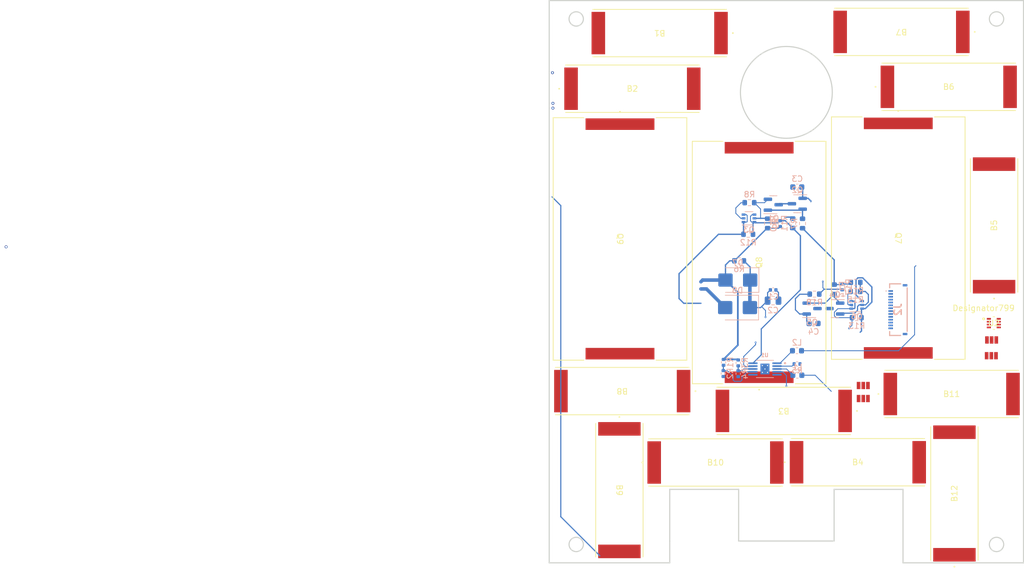
<source format=kicad_pcb>
(kicad_pcb (version 20221018) (generator pcbnew)
  (layers (0 "F.Cu" signal) (1 "In1.Cu" signal) (2 "In2.Cu" signal) (3 "In3.Cu" signal) (4 "In4.Cu" signal) (5 "In5.Cu" signal) (6 "In6.Cu" signal) (31 "B.Cu" signal) (34 "B.Paste" user) (35 "F.Paste" user) (36 "B.SilkS" user "B.Silkscreen") (37 "F.SilkS" user "F.Silkscreen") (38 "B.Mask" user) (39 "F.Mask" user) (44 "Edge.Cuts" user))
  (net 0 "")
  (net 1 "GND")
  (net 2 "Net-(Q2-G)")
  (net 3 "Net-(Q5-G)")
  (net 4 "Net-(JP1-C)")
  (net 5 "/+3.3v")
  (net 9 "/VSOLAR")
  (net 10 "/coils")
  (net 11 "Net-(U1-OUT1)")
  (net 12 "Net-(U1-OUT2)")
  (net 13 "Net-(Q1-G)")
  (net 14 "Net-(Q1-S)")
  (net 15 "SCL1_b4iso")
  (net 16 "Net-(Q3A-B1)")
  (net 17 "SCL")
  (net 18 "Net-(Q4-G)")
  (net 19 "Net-(Q4-S)")
  (net 20 "SDA1_b4iso")
  (net 21 "Net-(Q6A-B1)")
  (net 22 "SDA")
  (net 23 "Net-(U1-A0)")
  (net 24 "+3.3V")
  (net 25 "Net-(U1-A1)")
  (net 26 "Net-(U1-ISENSE)")
  (net 27 "VBATT")
  (net 29 "Net-(D7-K)")
  (net 30 "Net-(B1-Pad2)")
  (net 31 "Net-(B2-Pad2)")
  (net 32 "Net-(B3-Pad2)")
  (net 33 "Net-(B5-Pad2)")
  (net 34 "Net-(B6-Pad2)")
  (net 35 "Net-(B10-Pad2)")
  (net 36 "Net-(B12-Pad1)")
  (net 37 "Net-(B11-Pad2)")
  (net 38 "Net-(B8-Pad2)")
  (net 39 "Net-(B10-Pad1)")
  (net 40 "Net-(B11-Pad1)")
  (net 41 "Net-(Q7-Pad1)")
  (net 42 "Net-(Q8-Pad1)")
  (net 43 "VSOLAR1")
  (net 44 "VSOLAR2")
  (net 45 "VSOLAR3")
  (net 46 "VSOLAR4")
  (footprint "KXOB201K04TF-TR:TRAN_KXOB201K04F-TR_AAR" (layer "F.Cu") (at 130.8354 87.8967 -90)
    (fp_text reference "Q9" (at 0 0 -90 unlocked) (layer "F.SilkS"))
    (fp_text value "KXOB201K04F-TR")
    (pad "1" smd rect (at -20.0025 0 270) (size 2.0066 11.9888) (layers "F.Cu" "F.Paste" "F.Mask") (net 9 "/VSOLAR"))
    (pad "2" smd rect (at 20.0025 0 270) (size 2.0066 11.9888) (layers "F.Cu" "F.Paste" "F.Mask") (net 42 "Net-(Q8-Pad1)"))
  )
  (footprint "SparkFun-Jumper:SMT-JUMPER_3_NO_NO-SILK" (layer "F.Cu") (at 173.2026 115.7224)
    (fp_text reference "JP4")
    (fp_text value "~")
    (pad "1" smd rect (at -0.8128 0) (size 0.635 1.27) (layers "F.Cu" "F.Mask") (net 45 "VSOLAR3"))
    (pad "2" smd rect (at 0 0) (size 0.635 1.27) (layers "F.Cu" "F.Mask") (net 9 "/VSOLAR"))
    (pad "3" smd rect (at 0.8128 0) (size 0.635 1.27) (layers "F.Cu" "F.Mask") (net 46 "VSOLAR4"))
  )
  (footprint "CHIP2_KXOB25-05X3F-TR_AAR:CHIP2_KXOB25-05X3F-TR_AAR" (layer "F.Cu") (at 188.595 114.935)
    (fp_text reference "B11" (at 0 0 unlocked) (layer "F.SilkS"))
    (fp_text value "KXOB25-05X3F-TR")
    (pad "1" smd rect (at -10.6807 0) (size 2.3622 7.3914) (layers "F.Cu" "F.Paste" "F.Mask") (net 40 "Net-(B11-Pad1)"))
    (pad "2" smd rect (at 10.6807 0) (size 2.3622 7.3914) (layers "F.Cu" "F.Paste" "F.Mask") (net 37 "Net-(B11-Pad2)"))
  )
  (footprint "SparkFun-Jumper:SMT-JUMPER_3_NO_NO-SILK" (layer "F.Cu") (at 173.2026 113.4524)
    (fp_text reference "JP3")
    (fp_text value "~")
    (pad "1" smd rect (at -0.8128 0) (size 0.635 1.27) (layers "F.Cu" "F.Mask") (net 43 "VSOLAR1"))
    (pad "2" smd rect (at 0 0) (size 0.635 1.27) (layers "F.Cu" "F.Mask") (net 9 "/VSOLAR"))
    (pad "3" smd rect (at 0.8128 0) (size 0.635 1.27) (layers "F.Cu" "F.Mask") (net 44 "VSOLAR2"))
  )
  (footprint "CHIP2_KXOB25-05X3F-TR_AAR:CHIP2_KXOB25-05X3F-TR_AAR" (layer "F.Cu") (at 195.9864 85.5472 90)
    (fp_text reference "B5" (at 0 0 90 unlocked) (layer "F.SilkS"))
    (fp_text value "KXOB25-05X3F-TR")
    (pad "1" smd rect (at -10.6807 0 90) (size 2.3622 7.3914) (layers "F.Cu" "F.Paste" "F.Mask") (net 37 "Net-(B11-Pad2)"))
    (pad "2" smd rect (at 10.6807 0 90) (size 2.3622 7.3914) (layers "F.Cu" "F.Paste" "F.Mask") (net 33 "Net-(B5-Pad2)"))
  )
  (footprint "CHIP2_KXOB25-05X3F-TR_AAR:CHIP2_KXOB25-05X3F-TR_AAR" (layer "F.Cu") (at 179.8574 51.816 180)
    (fp_text reference "B7" (at 0 0 180 unlocked) (layer "F.SilkS"))
    (fp_text value "KXOB25-05X3F-TR")
    (pad "1" smd rect (at -10.6807 0 180) (size 2.3622 7.3914) (layers "F.Cu" "F.Paste" "F.Mask") (net 34 "Net-(B6-Pad2)"))
    (pad "2" smd rect (at 10.6807 0 180) (size 2.3622 7.3914) (layers "F.Cu" "F.Paste" "F.Mask") (net 1 "GND"))
  )
  (footprint "KXOB201K04TF-TR:TRAN_KXOB201K04F-TR_AAR" (layer "F.Cu") (at 155.067 92.0115 90)
    (fp_text reference "Q8" (at 0 0 90 unlocked) (layer "F.SilkS"))
    (fp_text value "KXOB201K04F-TR")
    (pad "1" smd rect (at -20.0025 0 90) (size 2.0066 11.9888) (layers "F.Cu" "F.Paste" "F.Mask") (net 42 "Net-(Q8-Pad1)"))
    (pad "2" smd rect (at 20.0025 0 90) (size 2.0066 11.9888) (layers "F.Cu" "F.Paste" "F.Mask") (net 41 "Net-(Q7-Pad1)"))
  )
  (footprint "CHIP2_KXOB25-05X3F-TR_AAR:CHIP2_KXOB25-05X3F-TR_AAR" (layer "F.Cu") (at 131.2291 114.427 180)
    (fp_text reference "B8" (at 0 0 180 unlocked) (layer "F.SilkS"))
    (fp_text value "KXOB25-05X3F-TR")
    (pad "1" smd rect (at -10.6807 0 180) (size 2.3622 7.3914) (layers "F.Cu" "F.Paste" "F.Mask") (net 32 "Net-(B3-Pad2)"))
    (pad "2" smd rect (at 10.6807 0 180) (size 2.3622 7.3914) (layers "F.Cu" "F.Paste" "F.Mask") (net 38 "Net-(B8-Pad2)"))
  )
  (footprint "CHIP2_KXOB25-05X3F-TR_AAR:CHIP2_KXOB25-05X3F-TR_AAR" (layer "F.Cu") (at 188.087 61.3918)
    (fp_text reference "B6" (at 0 0 unlocked) (layer "F.SilkS"))
    (fp_text value "KXOB25-05X3F-TR")
    (pad "1" smd rect (at -10.6807 0) (size 2.3622 7.3914) (layers "F.Cu" "F.Paste" "F.Mask") (net 33 "Net-(B5-Pad2)"))
    (pad "2" smd rect (at 10.6807 0) (size 2.3622 7.3914) (layers "F.Cu" "F.Paste" "F.Mask") (net 34 "Net-(B6-Pad2)"))
  )
  (footprint "OPT4001DTST:DTS0008A-MFG" (layer "F.Cu") (at 195.939199 102.577199)
    (fp_text reference "U2" (at 0 0 unlocked) (layer "F.SilkS"))
    (fp_text value "OPT4001DTST")
    (fp_text user "Designator799" (at -1.778 -2.6162 unlocked) (layer "F.SilkS"))
    (pad "1" smd rect (at -0.860001 -0.750001) (size 0.720001 0.299999) (layers "F.Cu" "F.Paste" "F.Mask") (net 5 "/+3.3v"))
    (pad "2" smd rect (at -0.860001 -0.25) (size 0.720001 0.299999) (layers "F.Cu" "F.Paste" "F.Mask") (net 4 "Net-(JP1-C)"))
    (pad "3" smd rect (at -0.860001 0.25) (size 0.720001 0.299999) (layers "F.Cu" "F.Paste" "F.Mask"))
    (pad "4" smd rect (at -0.860001 0.750001) (size 0.720001 0.299999) (layers "F.Cu" "F.Paste" "F.Mask") (net 1 "GND"))
    (pad "5" smd rect (at 0.860001 0.750001) (size 0.720001 0.299999) (layers "F.Cu" "F.Paste" "F.Mask") (net 17 "SCL"))
    (pad "6" smd rect (at 0.860001 0.25) (size 0.720001 0.299999) (layers "F.Cu" "F.Paste" "F.Mask"))
    (pad "7" smd rect (at 0.860001 -0.25) (size 0.720001 0.299999) (layers "F.Cu" "F.Paste" "F.Mask"))
    (pad "8" smd rect (at 0.860001 -0.750001) (size 0.720001 0.299999) (layers "F.Cu" "F.Paste" "F.Mask") (net 22 "SDA"))
  )
  (footprint "CHIP2_KXOB25-05X3F-TR_AAR:CHIP2_KXOB25-05X3F-TR_AAR" (layer "F.Cu") (at 147.4724 126.873)
    (fp_text reference "B10" (at 0 0 unlocked) (layer "F.SilkS"))
    (fp_text value "KXOB25-05X3F-TR")
    (pad "1" smd rect (at -10.6807 0) (size 2.3622 7.3914) (layers "F.Cu" "F.Paste" "F.Mask") (net 39 "Net-(B10-Pad1)"))
    (pad "2" smd rect (at 10.6807 0) (size 2.3622 7.3914) (layers "F.Cu" "F.Paste" "F.Mask") (net 35 "Net-(B10-Pad2)"))
  )
  (footprint "CHIP2_KXOB25-05X3F-TR_AAR:CHIP2_KXOB25-05X3F-TR_AAR" (layer "F.Cu") (at 137.7442 52.0192 180)
    (fp_text reference "B1" (at 0 0 180 unlocked) (layer "F.SilkS"))
    (fp_text value "KXOB25-05X3F-TR")
    (pad "1" smd rect (at -10.6807 0 180) (size 2.3622 7.3914) (layers "F.Cu" "F.Paste" "F.Mask") (net 9 "/VSOLAR"))
    (pad "2" smd rect (at 10.6807 0 180) (size 2.3622 7.3914) (layers "F.Cu" "F.Paste" "F.Mask") (net 30 "Net-(B1-Pad2)"))
  )
  (footprint "KXOB201K04TF-TR:TRAN_KXOB201K04F-TR_AAR" (layer "F.Cu") (at 179.2986 87.76335 -90)
    (fp_text reference "Q7" (at 0 0 -90 unlocked) (layer "F.SilkS"))
    (fp_text value "KXOB201K04F-TR")
    (pad "1" smd rect (at -20.0025 0 270) (size 2.0066 11.9888) (layers "F.Cu" "F.Paste" "F.Mask") (net 41 "Net-(Q7-Pad1)"))
    (pad "2" smd rect (at 20.0025 0 270) (size 2.0066 11.9888) (layers "F.Cu" "F.Paste" "F.Mask") (net 1 "GND"))
  )
  (footprint "CHIP2_KXOB25-05X3F-TR_AAR:CHIP2_KXOB25-05X3F-TR_AAR" (layer "F.Cu") (at 189.0776 132.2705 90)
    (fp_text reference "B12" (at 0 0 90 unlocked) (layer "F.SilkS"))
    (fp_text value "KXOB25-05X3F-TR")
    (pad "1" smd rect (at -10.6807 0 90) (size 2.3622 7.3914) (layers "F.Cu" "F.Paste" "F.Mask") (net 36 "Net-(B12-Pad1)"))
    (pad "2" smd rect (at 10.6807 0 90) (size 2.3622 7.3914) (layers "F.Cu" "F.Paste" "F.Mask") (net 40 "Net-(B11-Pad1)"))
  )
  (footprint "SparkFun-Jumper:SMT-JUMPER_3_NO_NO-SILK" (layer "F.Cu") (at 195.5038 108.2548)
    (fp_text reference "JP1")
    (fp_text value "~")
    (pad "1" smd rect (at -0.8128 0) (size 0.635 1.27) (layers "F.Cu" "F.Mask") (net 22 "SDA"))
    (pad "2" smd rect (at 0 0) (size 0.635 1.27) (layers "F.Cu" "F.Mask") (net 4 "Net-(JP1-C)"))
    (pad "3" smd rect (at 0.8128 0) (size 0.635 1.27) (layers "F.Cu" "F.Mask") (net 17 "SCL"))
  )
  (footprint "SparkFun-Jumper:SMT-JUMPER_3_NO_NO-SILK" (layer "F.Cu") (at 195.5546 105.5116)
    (fp_text reference "JP2")
    (fp_text value "~")
    (pad "1" smd rect (at -0.8128 0) (size 0.635 1.27) (layers "F.Cu" "F.Mask") (net 1 "GND"))
    (pad "2" smd rect (at 0 0) (size 0.635 1.27) (layers "F.Cu" "F.Mask") (net 4 "Net-(JP1-C)"))
    (pad "3" smd rect (at 0.8128 0) (size 0.635 1.27) (layers "F.Cu" "F.Mask") (net 5 "/+3.3v"))
  )
  (footprint "CHIP2_KXOB25-05X3F-TR_AAR:CHIP2_KXOB25-05X3F-TR_AAR" (layer "F.Cu") (at 159.3596 117.8814 180)
    (fp_text reference "B3" (at 0 0 180 unlocked) (layer "F.SilkS"))
    (fp_text value "KXOB25-05X3F-TR")
    (pad "1" smd rect (at -10.6807 0 180) (size 2.3622 7.3914) (layers "F.Cu" "F.Paste" "F.Mask") (net 31 "Net-(B2-Pad2)"))
    (pad "2" smd rect (at 10.6807 0 180) (size 2.3622 7.3914) (layers "F.Cu" "F.Paste" "F.Mask") (net 32 "Net-(B3-Pad2)"))
  )
  (footprint "CHIP2_KXOB25-05X3F-TR_AAR:CHIP2_KXOB25-05X3F-TR_AAR" (layer "F.Cu") (at 132.9944 61.722)
    (fp_text reference "B2" (at 0 0 unlocked) (layer "F.SilkS"))
    (fp_text value "KXOB25-05X3F-TR")
    (pad "1" smd rect (at -10.6807 0) (size 2.3622 7.3914) (layers "F.Cu" "F.Paste" "F.Mask") (net 30 "Net-(B1-Pad2)"))
    (pad "2" smd rect (at 10.6807 0) (size 2.3622 7.3914) (layers "F.Cu" "F.Paste" "F.Mask") (net 31 "Net-(B2-Pad2)"))
  )
  (footprint "CHIP2_KXOB25-05X3F-TR_AAR:CHIP2_KXOB25-05X3F-TR_AAR" (layer "F.Cu") (at 172.2628 126.8222)
    (fp_text reference "B4" (at 0 0 unlocked) (layer "F.SilkS"))
    (fp_text value "KXOB25-05X3F-TR")
    (pad "1" smd rect (at -10.6807 0) (size 2.3622 7.3914) (layers "F.Cu" "F.Paste" "F.Mask") (net 35 "Net-(B10-Pad2)"))
    (pad "2" smd rect (at 10.6807 0) (size 2.3622 7.3914) (layers "F.Cu" "F.Paste" "F.Mask") (net 36 "Net-(B12-Pad1)"))
  )
  (footprint "CHIP2_KXOB25-05X3F-TR_AAR:CHIP2_KXOB25-05X3F-TR_AAR" (layer "F.Cu") (at 130.7338 131.6863 -90)
    (fp_text reference "B9" (at 0 0 -90 unlocked) (layer "F.SilkS"))
    (fp_text value "KXOB25-05X3F-TR")
    (pad "1" smd rect (at -10.6807 0 270) (size 2.3622 7.3914) (layers "F.Cu" "F.Paste" "F.Mask") (net 38 "Net-(B8-Pad2)"))
    (pad "2" smd rect (at 10.6807 0 270) (size 2.3622 7.3914) (layers "F.Cu" "F.Paste" "F.Mask") (net 39 "Net-(B10-Pad1)"))
  )
  (footprint "Diode_SMD:D_SMB" (layer "B.Cu") (at 151.3586 95.0722 180)
    (fp_text reference "D7" (at 0 3) (layer "B.SilkS") (effects (justify mirror)))
    (fp_text value "B220")
    (pad "1" smd roundrect (at -2.15 0 180) (size 2.5 2.3) (layers "B.Cu" "B.Paste" "B.Mask") (roundrect_rratio 0.1086956522) (net 29 "Net-(D7-K)"))
    (pad "2" smd roundrect (at 2.15 0 180) (size 2.5 2.3) (layers "B.Cu" "B.Paste" "B.Mask") (roundrect_rratio 0.1086956522) (net 24 "+3.3V"))
  )
  (footprint "Resistor_SMD:R_0603_1608Metric" (layer "B.Cu") (at 171.8598 95.4694)
    (fp_text reference "R16" (at 0 1.43 180) (layer "B.SilkS") (effects (justify mirror)))
    (fp_text value "10K")
    (pad "1" smd roundrect (at -0.825 0) (size 0.8 0.95) (layers "B.Cu" "B.Paste" "B.Mask") (net 24 "+3.3V"))
    (pad "2" smd roundrect (at 0.825 0) (size 0.8 0.95) (layers "B.Cu" "B.Paste" "B.Mask") (net 19 "Net-(Q4-S)"))
  )
  (footprint "Capacitor_SMD:C_0805_2012Metric" (layer "B.Cu") (at 157.4898 98.6594)
    (fp_text reference "C2" (at 0 1.68 180) (layer "B.SilkS") (effects (justify mirror)))
    (fp_text value "10uF")
    (pad "1" smd roundrect (at -0.95 0) (size 1 1.45) (layers "B.Cu" "B.Paste" "B.Mask") (net 29 "Net-(D7-K)"))
    (pad "2" smd roundrect (at 0.95 0) (size 1 1.45) (layers "B.Cu" "B.Paste" "B.Mask") (net 1 "GND"))
  )
  (footprint "Capacitor_SMD:C_0603_1608Metric" (layer "B.Cu") (at 161.7131 78.8604 180)
    (fp_text reference "C3" (at 0 1.43) (layer "B.SilkS") (effects (justify mirror)))
    (fp_text value "10nF")
    (pad "1" smd roundrect (at -0.775 0 180) (size 0.9 0.95) (layers "B.Cu" "B.Paste" "B.Mask") (net 2 "Net-(Q2-G)"))
    (pad "2" smd roundrect (at 0.775 0 180) (size 0.9 0.95) (layers "B.Cu" "B.Paste" "B.Mask") (net 1 "GND"))
  )
  (footprint "Resistor_SMD:R_0603_1608Metric" (layer "B.Cu") (at 164.7098 97.5194)
    (fp_text reference "R18" (at 0 1.43 180) (layer "B.SilkS") (effects (justify mirror)))
    (fp_text value "100K")
    (pad "1" smd roundrect (at -0.825 0) (size 0.8 0.95) (layers "B.Cu" "B.Paste" "B.Mask") (net 3 "Net-(Q5-G)"))
    (pad "2" smd roundrect (at 0.825 0) (size 0.8 0.95) (layers "B.Cu" "B.Paste" "B.Mask") (net 22 "SDA"))
  )
  (footprint "Resistor_SMD:R_0402_1005Metric" (layer "B.Cu") (at 148.8398 111.3694 90)
    (fp_text reference "R2" (at 0 1.17 270) (layer "B.SilkS") (effects (justify mirror)))
    (fp_text value "0")
    (pad "1" smd roundrect (at -0.51 0 90) (size 0.54 0.64) (layers "B.Cu" "B.Paste" "B.Mask") (net 1 "GND"))
    (pad "2" smd roundrect (at 0.51 0 90) (size 0.54 0.64) (layers "B.Cu" "B.Paste" "B.Mask") (net 23 "Net-(U1-A0)"))
  )
  (footprint "Resistor_SMD:R_0402_1005Metric" (layer "B.Cu") (at 148.8698 109.4094 90)
    (fp_text reference "R1" (at 0 1.17 270) (layer "B.SilkS") (effects (justify mirror)))
    (fp_text value "0")
    (pad "1" smd roundrect (at -0.51 0 90) (size 0.54 0.64) (layers "B.Cu" "B.Paste" "B.Mask") (net 23 "Net-(U1-A0)"))
    (pad "2" smd roundrect (at 0.51 0 90) (size 0.54 0.64) (layers "B.Cu" "B.Paste" "B.Mask") (net 24 "+3.3V"))
  )
  (footprint "Resistor_SMD:R_0603_1608Metric" (layer "B.Cu") (at 156.5431 85.2004 90)
    (fp_text reference "R9" (at 0 1.43 270) (layer "B.SilkS") (effects (justify mirror)))
    (fp_text value "10K")
    (pad "1" smd roundrect (at -0.825 0 90) (size 0.8 0.95) (layers "B.Cu" "B.Paste" "B.Mask") (net 24 "+3.3V"))
    (pad "2" smd roundrect (at 0.825 0 90) (size 0.8 0.95) (layers "B.Cu" "B.Paste" "B.Mask") (net 14 "Net-(Q1-S)"))
  )
  (footprint "Resistor_SMD:R_0603_1608Metric" (layer "B.Cu") (at 172.0698 101.6194)
    (fp_text reference "R13" (at 0 1.43 180) (layer "B.SilkS") (effects (justify mirror)))
    (fp_text value "0")
    (pad "1" smd roundrect (at -0.825 0) (size 0.8 0.95) (layers "B.Cu" "B.Paste" "B.Mask") (net 20 "SDA1_b4iso"))
    (pad "2" smd roundrect (at 0.825 0) (size 0.8 0.95) (layers "B.Cu" "B.Paste" "B.Mask") (net 22 "SDA"))
  )
  (footprint "Resistor_SMD:R_0603_1608Metric" (layer "B.Cu") (at 168.1398 96.6894 90)
    (fp_text reference "R14" (at 0 1.43 270) (layer "B.SilkS") (effects (justify mirror)))
    (fp_text value "10K")
    (pad "1" smd roundrect (at -0.825 0 90) (size 0.8 0.95) (layers "B.Cu" "B.Paste" "B.Mask") (net 18 "Net-(Q4-G)"))
    (pad "2" smd roundrect (at 0.825 0 90) (size 0.8 0.95) (layers "B.Cu" "B.Paste" "B.Mask") (net 24 "+3.3V"))
  )
  (footprint "F3311A7H121008E200:F3311A7H121014E200" (layer "B.Cu") (at 179.324 100.2284 -90)
    (fp_text reference "J2" (at -0.025 0.095 90) (layer "B.SilkS") (effects (font (size 1.27 1.27) (thickness 0.254)) (justify mirror)))
    (fp_text value "F3311A7H121014E200" hide)
    (pad "1" smd rect (at -3.25 1.345 270) (size 0.3 0.8) (layers "B.Cu" "B.Paste" "B.Mask") (net 43 "VSOLAR1"))
    (pad "2" smd rect (at -2.75 1.345 270) (size 0.3 0.8) (layers "B.Cu" "B.Paste" "B.Mask") (net 44 "VSOLAR2"))
    (pad "3" smd rect (at -2.25 1.345 270) (size 0.3 0.8) (layers "B.Cu" "B.Paste" "B.Mask") (net 15 "SCL1_b4iso"))
    (pad "4" smd rect (at -1.75 1.345 270) (size 0.3 0.8) (layers "B.Cu" "B.Paste" "B.Mask") (net 20 "SDA1_b4iso"))
    (pad "5" smd rect (at -1.25 1.345 270) (size 0.3 0.8) (layers "B.Cu" "B.Paste" "B.Mask") (net 45 "VSOLAR3"))
    (pad "6" smd rect (at -0.75 1.345 270) (size 0.3 0.8) (layers "B.Cu" "B.Paste" "B.Mask") (net 46 "VSOLAR4"))
    (pad "7" smd rect (at -0.25 1.345 270) (size 0.3 0.8) (layers "B.Cu" "B.Paste" "B.Mask") (net 27 "VBATT"))
    (pad "8" smd rect (at 0.25 1.345 270) (size 0.3 0.8) (layers "B.Cu" "B.Paste" "B.Mask"))
    (pad "9" smd rect (at 0.75 1.345 270) (size 0.3 0.8) (layers "B.Cu" "B.Paste" "B.Mask"))
    (pad "10" smd rect (at 1.25 1.345 270) (size 0.3 0.8) (layers "B.Cu" "B.Paste" "B.Mask"))
    (pad "11" smd rect (at 1.75 1.345 270) (size 0.3 0.8) (layers "B.Cu" "B.Paste" "B.Mask"))
    (pad "12" smd rect (at 2.25 1.345 270) (size 0.3 0.8) (layers "B.Cu" "B.Paste" "B.Mask"))
    (pad "13" smd rect (at 2.75 1.345 270) (size 0.3 0.8) (layers "B.Cu" "B.Paste" "B.Mask") (net 1 "GND"))
    (pad "14" smd rect (at 3.25 1.345 270) (size 0.3 0.8) (layers "B.Cu" "B.Paste" "B.Mask") (net 1 "GND"))
    (pad "MP1" smd rect (at -4.25 -1.155 270) (size 0.4 0.8) (layers "B.Cu" "B.Paste" "B.Mask") (net 1 "GND"))
    (pad "MP2" smd rect (at 4.25 -1.155 270) (size 0.4 0.8) (layers "B.Cu" "B.Paste" "B.Mask") (net 1 "GND"))
  )
  (footprint "Package_TO_SOT_SMD:SOT-363_SC-70-6" (layer "B.Cu") (at 153.3031 84.3104)
    (fp_text reference "Q3" (at 0 2 180) (layer "B.SilkS") (effects (justify mirror)))
    (fp_text value "MBT2222ADW1T1")
    (pad "1" smd rect (at -0.95 0.65) (size 0.65 0.4) (layers "B.Cu" "B.Paste" "B.Mask") (net 15 "SCL1_b4iso"))
    (pad "2" smd rect (at -0.95 0) (size 0.65 0.4) (layers "B.Cu" "B.Paste" "B.Mask") (net 16 "Net-(Q3A-B1)"))
    (pad "3" smd rect (at -0.95 -0.65) (size 0.65 0.4) (layers "B.Cu" "B.Paste" "B.Mask") (net 15 "SCL1_b4iso"))
    (pad "4" smd rect (at 0.95 -0.65) (size 0.65 0.4) (layers "B.Cu" "B.Paste" "B.Mask") (net 17 "SCL"))
    (pad "5" smd rect (at 0.95 0) (size 0.65 0.4) (layers "B.Cu" "B.Paste" "B.Mask") (net 14 "Net-(Q1-S)"))
    (pad "6" smd rect (at 0.95 0.65) (size 0.65 0.4) (layers "B.Cu" "B.Paste" "B.Mask") (net 17 "SCL"))
  )
  (footprint "Inductor_SMD:L_0603_1608Metric" (layer "B.Cu") (at 161.6598 107.3894 180)
    (fp_text reference "L2" (at 0 1.43) (layer "B.SilkS") (effects (justify mirror)))
    (fp_text value "TBD")
    (pad "1" smd roundrect (at -0.7875 0 180) (size 0.875 0.95) (layers "B.Cu" "B.Paste" "B.Mask") (net 10 "/coils"))
    (pad "2" smd roundrect (at 0.7875 0 180) (size 0.875 0.95) (layers "B.Cu" "B.Paste" "B.Mask") (net 12 "Net-(U1-OUT2)"))
  )
  (footprint "Resistor_SMD:R_0402_1005Metric" (layer "B.Cu") (at 161.671 109.7026)
    (fp_text reference "R5" (at 0 1.17 180) (layer "B.SilkS") (effects (justify mirror)))
    (fp_text value "0")
    (pad "1" smd roundrect (at -0.51 0) (size 0.54 0.64) (layers "B.Cu" "B.Paste" "B.Mask") (net 26 "Net-(U1-ISENSE)"))
    (pad "2" smd roundrect (at 0.51 0) (size 0.54 0.64) (layers "B.Cu" "B.Paste" "B.Mask") (net 1 "GND"))
  )
  (footprint "Resistor_SMD:R_0603_1608Metric" (layer "B.Cu") (at 160.9131 85.1804 -90)
    (fp_text reference "R11" (at 0 1.43 90) (layer "B.SilkS") (effects (justify mirror)))
    (fp_text value "100K")
    (pad "1" smd roundrect (at -0.825 0 270) (size 0.8 0.95) (layers "B.Cu" "B.Paste" "B.Mask") (net 2 "Net-(Q2-G)"))
    (pad "2" smd roundrect (at 0.825 0 270) (size 0.8 0.95) (layers "B.Cu" "B.Paste" "B.Mask") (net 17 "SCL"))
  )
  (footprint "Package_TO_SOT_SMD:SOT-23" (layer "B.Cu") (at 157.5331 81.9404)
    (fp_text reference "Q1" (at 0 2.4 180) (layer "B.SilkS") (effects (justify mirror)))
    (fp_text value "BSS138")
    (pad "1" smd roundrect (at -0.9375 0.95) (size 1.475 0.6) (layers "B.Cu" "B.Paste" "B.Mask") (net 13 "Net-(Q1-G)"))
    (pad "2" smd roundrect (at -0.9375 -0.95) (size 1.475 0.6) (layers "B.Cu" "B.Paste" "B.Mask") (net 14 "Net-(Q1-S)"))
    (pad "3" smd roundrect (at 0.9375 0) (size 1.475 0.6) (layers "B.Cu" "B.Paste" "B.Mask") (net 1 "GND"))
  )
  (footprint "Resistor_SMD:R_0603_1608Metric" (layer "B.Cu") (at 153.3831 81.5804 180)
    (fp_text reference "R8" (at 0 1.43) (layer "B.SilkS") (effects (justify mirror)))
    (fp_text value "600")
    (pad "1" smd roundrect (at -0.825 0 180) (size 0.8 0.95) (layers "B.Cu" "B.Paste" "B.Mask") (net 14 "Net-(Q1-S)"))
    (pad "2" smd roundrect (at 0.825 0 180) (size 0.8 0.95) (layers "B.Cu" "B.Paste" "B.Mask") (net 16 "Net-(Q3A-B1)"))
  )
  (footprint "Package_TO_SOT_SMD:SOT-363_SC-70-6" (layer "B.Cu") (at 172.0598 99.3994)
    (fp_text reference "Q6" (at 0 2 180) (layer "B.SilkS") (effects (justify mirror)))
    (fp_text value "MBT2222ADW1T1")
    (pad "1" smd rect (at -0.95 0.65) (size 0.65 0.4) (layers "B.Cu" "B.Paste" "B.Mask") (net 20 "SDA1_b4iso"))
    (pad "2" smd rect (at -0.95 0) (size 0.65 0.4) (layers "B.Cu" "B.Paste" "B.Mask") (net 21 "Net-(Q6A-B1)"))
    (pad "3" smd rect (at -0.95 -0.65) (size 0.65 0.4) (layers "B.Cu" "B.Paste" "B.Mask") (net 20 "SDA1_b4iso"))
    (pad "4" smd rect (at 0.95 -0.65) (size 0.65 0.4) (layers "B.Cu" "B.Paste" "B.Mask") (net 22 "SDA"))
    (pad "5" smd rect (at 0.95 0) (size 0.65 0.4) (layers "B.Cu" "B.Paste" "B.Mask") (net 19 "Net-(Q4-S)"))
    (pad "6" smd rect (at 0.95 0.65) (size 0.65 0.4) (layers "B.Cu" "B.Paste" "B.Mask") (net 22 "SDA"))
  )
  (footprint "Resistor_SMD:R_0402_1005Metric" (layer "B.Cu") (at 151.4298 109.5094 90)
    (fp_text reference "R3" (at 0 1.17 270) (layer "B.SilkS") (effects (justify mirror)))
    (fp_text value "0")
    (pad "1" smd roundrect (at -0.51 0 90) (size 0.54 0.64) (layers "B.Cu" "B.Paste" "B.Mask") (net 25 "Net-(U1-A1)"))
    (pad "2" smd roundrect (at 0.51 0 90) (size 0.54 0.64) (layers "B.Cu" "B.Paste" "B.Mask") (net 24 "+3.3V"))
  )
  (footprint "Resistor_SMD:R_0402_1005Metric" (layer "B.Cu") (at 169.5298 96.2694 90)
    (fp_text reference "R17" (at 0 1.17 270) (layer "B.SilkS") (effects (justify mirror)))
    (fp_text value "10K")
    (pad "1" smd roundrect (at -0.51 0 90) (size 0.54 0.64) (layers "B.Cu" "B.Paste" "B.Mask") (net 22 "SDA"))
    (pad "2" smd roundrect (at 0.51 0 90) (size 0.54 0.64) (layers "B.Cu" "B.Paste" "B.Mask") (net 24 "+3.3V"))
  )
  (footprint "Package_TO_SOT_SMD:SOT-23" (layer "B.Cu") (at 168.2498 100.0394 180)
    (fp_text reference "Q4" (at 0 2.4) (layer "B.SilkS") (effects (justify mirror)))
    (fp_text value "BSS138")
    (pad "1" smd roundrect (at -0.9375 0.95 180) (size 1.475 0.6) (layers "B.Cu" "B.Paste" "B.Mask") (net 18 "Net-(Q4-G)"))
    (pad "2" smd roundrect (at -0.9375 -0.95 180) (size 1.475 0.6) (layers "B.Cu" "B.Paste" "B.Mask") (net 19 "Net-(Q4-S)"))
    (pad "3" smd roundrect (at 0.9375 0 180) (size 1.475 0.6) (layers "B.Cu" "B.Paste" "B.Mask") (net 1 "GND"))
  )
  (footprint "Resistor_SMD:R_0402_1005Metric" (layer "B.Cu") (at 158.7331 85.2304 -90)
    (fp_text reference "R10" (at 0 1.17 90) (layer "B.SilkS") (effects (justify mirror)))
    (fp_text value "10K")
    (pad "1" smd roundrect (at -0.51 0 270) (size 0.54 0.64) (layers "B.Cu" "B.Paste" "B.Mask") (net 17 "SCL"))
    (pad "2" smd roundrect (at 0.51 0 270) (size 0.54 0.64) (layers "B.Cu" "B.Paste" "B.Mask") (net 24 "+3.3V"))
  )
  (footprint "Resistor_SMD:R_0603_1608Metric" (layer "B.Cu") (at 153.1731 87.0904)
    (fp_text reference "R12" (at 0 1.43 180) (layer "B.SilkS") (effects (justify mirror)))
    (fp_text value "0")
    (pad "1" smd roundrect (at -0.825 0) (size 0.8 0.95) (layers "B.Cu" "B.Paste" "B.Mask") (net 15 "SCL1_b4iso"))
    (pad "2" smd roundrect (at 0.825 0) (size 0.8 0.95) (layers "B.Cu" "B.Paste" "B.Mask") (net 17 "SCL"))
  )
  (footprint "Diode_SMD:D_SMB" (layer "B.Cu") (at 151.3078 99.8728 180)
    (fp_text reference "D8" (at 0 3) (layer "B.SilkS") (effects (justify mirror)))
    (fp_text value "B220")
    (pad "1" smd roundrect (at -2.15 0 180) (size 2.5 2.3) (layers "B.Cu" "B.Paste" "B.Mask") (roundrect_rratio 0.1086956522) (net 29 "Net-(D7-K)"))
    (pad "2" smd roundrect (at 2.15 0 180) (size 2.5 2.3) (layers "B.Cu" "B.Paste" "B.Mask") (roundrect_rratio 0.1086956522) (net 27 "VBATT"))
  )
  (footprint "Package_TO_SOT_SMD:SOT-23" (layer "B.Cu") (at 164.2898 100.0394)
    (fp_text reference "Q5" (at 0 2.4 180) (layer "B.SilkS") (effects (justify mirror)))
    (fp_text value "BSS138")
    (pad "1" smd roundrect (at -0.9375 0.95) (size 1.475 0.6) (layers "B.Cu" "B.Paste" "B.Mask") (net 3 "Net-(Q5-G)"))
    (pad "2" smd roundrect (at -0.9375 -0.95) (size 1.475 0.6) (layers "B.Cu" "B.Paste" "B.Mask") (net 18 "Net-(Q4-G)"))
    (pad "3" smd roundrect (at 0.9375 0) (size 1.475 0.6) (layers "B.Cu" "B.Paste" "B.Mask") (net 1 "GND"))
  )
  (footprint "Resistor_SMD:R_0603_1608Metric" (layer "B.Cu") (at 151.5872 91.7194)
    (fp_text reference "R6" (at 0 1.43 180) (layer "B.SilkS") (effects (justify mirror)))
    (fp_text value "0")
    (pad "1" smd roundrect (at -0.825 0) (size 0.8 0.95) (layers "B.Cu" "B.Paste" "B.Mask") (net 24 "+3.3V"))
    (pad "2" smd roundrect (at 0.825 0) (size 0.8 0.95) (layers "B.Cu" "B.Paste" "B.Mask") (net 29 "Net-(D7-K)"))
  )
  (footprint "Resistor_SMD:R_0402_1005Metric" (layer "B.Cu") (at 151.4198 111.3894 90)
    (fp_text reference "R4" (at 0 1.17 270) (layer "B.SilkS") (effects (justify mirror)))
    (fp_text value "0")
    (pad "1" smd roundrect (at -0.51 0 90) (size 0.54 0.64) (layers "B.Cu" "B.Paste" "B.Mask") (net 1 "GND"))
    (pad "2" smd roundrect (at 0.51 0 90) (size 0.54 0.64) (layers "B.Cu" "B.Paste" "B.Mask") (net 25 "Net-(U1-A1)"))
  )
  (footprint "Capacitor_SMD:C_0603_1608Metric" (layer "B.Cu") (at 164.5498 102.6294)
    (fp_text reference "C4" (at 0 1.43 180) (layer "B.SilkS") (effects (justify mirror)))
    (fp_text value "10nF")
    (pad "1" smd roundrect (at -0.775 0) (size 0.9 0.95) (layers "B.Cu" "B.Paste" "B.Mask") (net 3 "Net-(Q5-G)"))
    (pad "2" smd roundrect (at 0.775 0) (size 0.9 0.95) (layers "B.Cu" "B.Paste" "B.Mask") (net 1 "GND"))
  )
  (footprint "Package_TO_SOT_SMD:SOT-23" (layer "B.Cu") (at 161.7131 81.7704 180)
    (fp_text reference "Q2" (at 0 2.4) (layer "B.SilkS") (effects (justify mirror)))
    (fp_text value "BSS138")
    (pad "1" smd roundrect (at -0.9375 0.95 180) (size 1.475 0.6) (layers "B.Cu" "B.Paste" "B.Mask") (net 2 "Net-(Q2-G)"))
    (pad "2" smd roundrect (at -0.9375 -0.95 180) (size 1.475 0.6) (layers "B.Cu" "B.Paste" "B.Mask") (net 13 "Net-(Q1-G)"))
    (pad "3" smd roundrect (at 0.9375 0 180) (size 1.475 0.6) (layers "B.Cu" "B.Paste" "B.Mask") (net 1 "GND"))
  )
  (footprint "Capacitor_SMD:C_0402_1005Metric" (layer "B.Cu") (at 157.5098 96.7894)
    (fp_text reference "C1" (at 0 1.16 180) (layer "B.SilkS") (effects (justify mirror)))
    (fp_text value "0.1uF")
    (pad "1" smd roundrect (at -0.48 0) (size 0.56 0.62) (layers "B.Cu" "B.Paste" "B.Mask") (net 29 "Net-(D7-K)"))
    (pad "2" smd roundrect (at 0.48 0) (size 0.56 0.62) (layers "B.Cu" "B.Paste" "B.Mask") (net 1 "GND"))
  )
  (footprint "Resistor_SMD:R_0603_1608Metric" (layer "B.Cu") (at 171.8298 97.0594)
    (fp_text reference "R15" (at 0 1.43 180) (layer "B.SilkS") (effects (justify mirror)))
    (fp_text value "600")
    (pad "1" smd roundrect (at -0.825 0) (size 0.8 0.95) (layers "B.Cu" "B.Paste" "B.Mask") (net 21 "Net-(Q6A-B1)"))
    (pad "2" smd roundrect (at 0.825 0) (size 0.8 0.95) (layers "B.Cu" "B.Paste" "B.Mask") (net 19 "Net-(Q4-S)"))
  )
  (footprint "Inductor_SMD:L_0603_1608Metric" (layer "B.Cu") (at 161.7218 111.6584 180)
    (fp_text reference "L1" (at 0 1.43) (layer "B.SilkS") (effects (justify mirror)))
    (fp_text value "TBD")
    (pad "1" smd roundrect (at -0.7875 0 180) (size 0.875 0.95) (layers "B.Cu" "B.Paste" "B.Mask") (net 10 "/coils"))
    (pad "2" smd roundrect (at 0.7875 0 180) (size 0.875 0.95) (layers "B.Cu" "B.Paste" "B.Mask") (net 11 "Net-(U1-OUT1)"))
  )
  (footprint "DRV8830DGQ:IC_XTR111AIDGQR" (layer "B.Cu") (at 156.0798 110.5694 180)
    (fp_text reference "U1" (at 0.032 2.4064) (layer "B.SilkS") (effects (font (size 0.64 0.64)) (justify mirror)))
    (fp_text value "DRV8830DGQ")
    (pad "1" smd rect (at -2.1 1 180) (size 1.6 0.3) (layers "B.Cu") (net 12 "Net-(U1-OUT2)"))
    (pad "2" smd rect (at -2.1 0.5 180) (size 1.6 0.3) (layers "B.Cu") (net 26 "Net-(U1-ISENSE)"))
    (pad "3" smd rect (at -2.1 0 180) (size 1.6 0.3) (layers "B.Cu") (net 11 "Net-(U1-OUT1)"))
    (pad "4" smd rect (at -2.1 -0.5 180) (size 1.6 0.3) (layers "B.Cu") (net 29 "Net-(D7-K)"))
    (pad "5" smd rect (at -2.1 -1 180) (size 1.6 0.3) (layers "B.Cu") (net 1 "GND"))
    (pad "6" smd rect (at 2.1 -1 180) (size 1.6 0.3) (layers "B.Cu"))
    (pad "7" smd rect (at 2.1 -0.5 180) (size 1.6 0.3) (layers "B.Cu") (net 23 "Net-(U1-A0)"))
    (pad "8" smd rect (at 2.1 0 180) (size 1.6 0.3) (layers "B.Cu") (net 25 "Net-(U1-A1)"))
    (pad "9" smd rect (at 2.1 0.5 180) (size 1.6 0.3) (layers "B.Cu") (net 22 "SDA"))
    (pad "10" smd rect (at 2.1 1 180) (size 1.6 0.3) (layers "B.Cu") (net 17 "SCL"))
    (pad "11" smd rect (at 0 0 180) (size 1.57 1.88) (layers "B.Cu" "B.Paste" "B.Mask") (net 1 "GND"))
    (pad "12" thru_hole circle (at -0.45 0.6 180) (size 0.4 0.4) (drill 0.2) (layers "*.Cu"))
    (pad "13" thru_hole circle (at 0.45 0.6 180) (size 0.4 0.4) (drill 0.2) (layers "*.Cu"))
    (pad "14" thru_hole circle (at 0 0 180) (size 0.4 0.4) (drill 0.2) (layers "*.Cu"))
    (pad "15" thru_hole circle (at -0.45 -0.6 180) (size 0.4 0.4) (drill 0.2) (layers "*.Cu"))
    (pad "16" thru_hole circle (at 0.45 -0.6 180) (size 0.4 0.4) (drill 0.2) (layers "*.Cu"))
  )
  (footprint "Resistor_SMD:R_0603_1608Metric" (layer "B.Cu") (at 162.6231 85.2104 -90)
    (fp_text reference "R7" (at 0 1.43 90) (layer "B.SilkS") (effects (justify mirror)))
    (fp_text value "10K")
    (pad "1" smd roundrect (at -0.825 0 270) (size 0.8 0.95) (layers "B.Cu" "B.Paste" "B.Mask") (net 13 "Net-(Q1-G)"))
    (pad "2" smd roundrect (at 0.825 0 270) (size 0.8 0.95) (layers "B.Cu" "B.Paste" "B.Mask") (net 24 "+3.3V"))
  )
  (gr_line (start 168.123494 131.5554) (end 180.123494 131.5554) (stroke (width 0.2)) (layer "Edge.Cuts"))
  (gr_line (start 180.123494 144.3554) (end 201.11 144.3554) (stroke (width 0.2)) (layer "Edge.Cuts"))
  (gr_line (start 139.496497 140.5554) (end 139.496497 131.5554) (stroke (width 0.2)) (layer "Edge.Cuts"))
  (gr_line (start 180.123494 131.5554) (end 180.123494 140.5554) (stroke (width 0.2)) (layer "Edge.Cuts"))
  (gr_circle (center 196.41 49.5554) (end 197.66 49.5554) (stroke (width 0.2)) (fill none) (layer "Edge.Cuts"))
  (gr_circle (center 123.21 141.1554) (end 124.46 141.1554) (stroke (width 0.2)) (fill none) (layer "Edge.Cuts"))
  (gr_line (start 151.496497 131.5554) (end 151.496497 140.5554) (stroke (width 0.2)) (layer "Edge.Cuts"))
  (gr_circle (center 123.21 49.5554) (end 124.46 49.5554) (stroke (width 0.2)) (fill none) (layer "Edge.Cuts"))
  (gr_line (start 168.123494 140.5554) (end 168.123494 131.5554) (stroke (width 0.2)) (layer "Edge.Cuts"))
  (gr_line (start 151.496497 140.5554) (end 168.123494 140.5554) (stroke (width 0.2)) (layer "Edge.Cuts"))
  (gr_line (start 118.51 46.3554) (end 118.51 144.3554) (stroke (width 0.2)) (layer "Edge.Cuts"))
  (gr_line (start 118.51 144.3554) (end 139.496497 144.3554) (stroke (width 0.2)) (layer "Edge.Cuts"))
  (gr_line (start 201.11 46.3554) (end 118.51 46.3554) (stroke (width 0.2)) (layer "Edge.Cuts"))
  (gr_circle (center 159.81 62.3554) (end 167.81 62.3554) (stroke (width 0.2)) (fill none) (layer "Edge.Cuts"))
  (gr_line (start 201.11 144.3554) (end 201.11 46.3554) (stroke (width 0.2)) (layer "Edge.Cuts"))
  (gr_circle (center 196.41 141.1554) (end 197.66 141.1554) (stroke (width 0.2)) (fill none) (layer "Edge.Cuts"))
  (gr_line (start 139.496497 131.5554) (end 151.496497 131.5554) (stroke (width 0.2)) (layer "Edge.Cuts"))
  (gr_line (start 180.123494 140.5554) (end 180.123494 144.3554) (stroke (width 0.2)) (layer "Edge.Cuts"))
  (gr_line (start 139.496497 144.3554) (end 139.496497 140.5554) (stroke (width 0.2)) (layer "Edge.Cuts"))
  (segment (start 158.4706 81.9404) (end 158.6406 81.7704) (width 0.2286) (layer "B.Cu") (net 1))
  (segment (start 158.4398 97.2394) (end 157.9898 96.7894) (width 0.2) (layer "B.Cu") (net 1))
  (segment (start 158.6406 81.7704) (end 160.7756 81.7704) (width 0.2286) (layer "B.Cu") (net 1))
  (segment (start 158.4398 98.6594) (end 158.4398 97.2394) (width 0.2) (layer "B.Cu") (net 1))
  (via micro (at 159.6644 84.0994) (size 0.3) (drill 0.1) (layers "In6.Cu" "B.Cu") (net 2))
  (via micro (at 164.084 81.3054) (size 0.3) (drill 0.1) (layers "In6.Cu" "B.Cu") (net 2))
  (segment (start 162.6506 80.8204) (end 162.6506 79.0229) (width 0.2286) (layer "B.Cu") (net 2))
  (segment (start 159.6644 84.0994) (end 160.6571 84.0994) (width 0.2286) (layer "B.Cu") (net 2))
  (segment (start 160.6571 84.0994) (end 160.9131 84.3554) (width 0.2286) (layer "B.Cu") (net 2))
  (segment (start 162.6506 80.8204) (end 163.599 80.8204) (width 0.2286) (layer "B.Cu") (net 2))
  (segment (start 163.599 80.8204) (end 164.084 81.3054) (width 0.2286) (layer "B.Cu") (net 2))
  (segment (start 162.6506 79.0229) (end 162.4881 78.8604) (width 0.2286) (layer "B.Cu") (net 2))
  (segment (start 162.1598 97.5394) (end 161.3898 98.3094) (width 0.2) (layer "B.Cu") (net 3))
  (segment (start 163.3523 100.9894) (end 163.3523 102.2069) (width 0.2) (layer "B.Cu") (net 3))
  (segment (start 163.8648 97.5394) (end 162.1598 97.5394) (width 0.2) (layer "B.Cu") (net 3))
  (segment (start 161.3898 98.3094) (end 161.3898 100.2594) (width 0.2) (layer "B.Cu") (net 3))
  (segment (start 163.8848 97.5194) (end 163.8648 97.5394) (width 0.2) (layer "B.Cu") (net 3))
  (segment (start 161.3898 100.2594) (end 162.1198 100.9894) (width 0.2) (layer "B.Cu") (net 3))
  (segment (start 162.1198 100.9894) (end 163.3523 100.9894) (width 0.2) (layer "B.Cu") (net 3))
  (segment (start 163.3523 102.2069) (end 163.7748 102.6294) (width 0.2) (layer "B.Cu") (net 3))
  (via (at 119.1514 65.1002) (size 0.508) (drill 0.254) (layers "F.Cu" "B.Cu") (net 10))
  (via (at 119.0752 58.928) (size 0.508) (drill 0.254) (layers "F.Cu" "B.Cu") (net 10))
  (via (at 23.9268 89.281) (size 0.508) (drill 0.3048) (layers "F.Cu" "B.Cu") (net 10))
  (via (at 119.1514 64.262) (size 0.508) (drill 0.254) (layers "F.Cu" "B.Cu") (net 10))
  (via micro (at 159.8041 113.5634) (size 0.3) (drill 0.1) (layers "In6.Cu" "B.Cu") (net 10))
  (via micro (at 166.1541 95.3516) (size 0.3) (drill 0.1) (layers "In6.Cu" "B.Cu") (net 10))
  (via micro (at 154.4447 105.9688) (size 0.3) (drill 0.1) (layers "In6.Cu" "B.Cu") (net 10))
  (via micro (at 159.6517 84.1502) (size 0.3) (drill 0.1) (layers "In6.Cu" "B.Cu") (net 10))
  (via micro (at 156.1719 101.5492) (size 0.3) (drill 0.1) (layers "In6.Cu" "B.Cu") (net 10))
  (via micro (at 164.0713 81.3562) (size 0.3) (drill 0.1) (layers "In6.Cu" "B.Cu") (net 10))
  (via micro (at 170.7261 103.505) (size 0.3) (drill 0.1) (layers "In6.Cu" "B.Cu") (net 10))
  (segment (start 120.523 136.3218) (end 120.523 82.0928) (width 0.2) (layer "B.Cu") (net 10))
  (segment (start 162.4473 107.3894) (end 179.3512 107.3894) (width 0.1524) (layer "B.Cu") (net 10))
  (segment (start 120.523 82.0928) (end 118.999 80.5688) (width 0.2) (layer "B.Cu") (net 10))
  (segment (start 179.3512 107.3894) (end 182.1434 104.5972) (width 0.1524) (layer "B.Cu") (net 10))
  (segment (start 182.1434 92.7862) (end 182.372 92.5576) (width 0.1524) (layer "B.Cu") (net 10))
  (segment (start 127.3302 143.129) (end 120.523 136.3218) (width 0.2) (layer "B.Cu") (net 10))
  (segment (start 182.1434 104.5972) (end 182.1434 92.7862) (width 0.1524) (layer "B.Cu") (net 10))
  (segment (start 164.8206 111.6584) (end 167.64 114.4778) (width 0.1524) (layer "B.Cu") (net 10))
  (segment (start 162.5093 111.6584) (end 164.8206 111.6584) (width 0.1524) (layer "B.Cu") (net 10))
  (segment (start 159.8453 110.5694) (end 158.1798 110.5694) (width 0.1524) (layer "B.Cu") (net 11))
  (segment (start 160.9343 111.6584) (end 159.8453 110.5694) (width 0.1524) (layer "B.Cu") (net 11))
  (segment (start 158.1798 109.5694) (end 158.1798 109.587) (width 0.1524) (layer "B.Cu") (net 12))
  (segment (start 158.1798 109.587) (end 158.1236 109.6432) (width 0.1524) (layer "B.Cu") (net 12))
  (segment (start 158.6185 109.6432) (end 160.8723 107.3894) (width 0.1524) (layer "B.Cu") (net 12))
  (segment (start 158.1236 109.6432) (end 158.6185 109.6432) (width 0.1524) (layer "B.Cu") (net 12))
  (segment (start 162.6231 82.7479) (end 162.6506 82.7204) (width 0.2286) (layer "B.Cu") (net 13))
  (segment (start 162.6506 82.7204) (end 162.4806 82.8904) (width 0.2286) (layer "B.Cu") (net 13))
  (segment (start 162.6231 84.3854) (end 162.6231 82.7479) (width 0.2286) (layer "B.Cu") (net 13))
  (segment (start 162.4806 82.8904) (end 156.5956 82.8904) (width 0.2286) (layer "B.Cu") (net 13))
  (segment (start 154.2081 81.5804) (end 156.0056 81.5804) (width 0.1524) (layer "B.Cu") (net 14))
  (segment (start 154.2531 84.3104) (end 155.321 84.3104) (width 0.2286) (layer "B.Cu") (net 14))
  (segment (start 155.321 82.6933) (end 155.321 84.3104) (width 0.1524) (layer "B.Cu") (net 14))
  (segment (start 154.2081 81.5804) (end 155.321 82.6933) (width 0.1524) (layer "B.Cu") (net 14))
  (segment (start 156.4781 84.3104) (end 156.5431 84.3754) (width 0.2286) (layer "B.Cu") (net 14))
  (segment (start 155.321 84.3104) (end 156.4781 84.3104) (width 0.2286) (layer "B.Cu") (net 14))
  (segment (start 156.0056 81.5804) (end 156.5956 80.9904) (width 0.1524) (layer "B.Cu") (net 14))
  (segment (start 147.9866 87.0904) (end 141.1224 93.9546) (width 0.2286) (layer "B.Cu") (net 15))
  (segment (start 152.9924 84.8747) (end 152.9924 83.8223) (width 0.1524) (layer "B.Cu") (net 15))
  (segment (start 152.8305 83.6604) (end 152.3531 83.6604) (width 0.1524) (layer "B.Cu") (net 15))
  (segment (start 152.3481 87.0904) (end 152.3481 84.9654) (width 0.2286) (layer "B.Cu") (net 15))
  (segment (start 152.3531 84.9604) (end 152.9067 84.9604) (width 0.1524) (layer "B.Cu") (net 15))
  (segment (start 152.9924 83.8223) (end 152.8305 83.6604) (width 0.1524) (layer "B.Cu") (net 15))
  (segment (start 141.9438 99.1194) (end 144.9298 99.1194) (width 0.2286) (layer "B.Cu") (net 15))
  (segment (start 141.1224 93.9546) (end 141.1224 98.298) (width 0.2286) (layer "B.Cu") (net 15))
  (segment (start 152.9067 84.9604) (end 152.9924 84.8747) (width 0.1524) (layer "B.Cu") (net 15))
  (segment (start 141.1224 98.298) (end 141.9438 99.1194) (width 0.2286) (layer "B.Cu") (net 15))
  (segment (start 152.3481 84.9654) (end 152.3531 84.9604) (width 0.2286) (layer "B.Cu") (net 15))
  (segment (start 152.3481 87.0904) (end 147.9866 87.0904) (width 0.2286) (layer "B.Cu") (net 15))
  (segment (start 151.9218 81.5804) (end 151.003 82.4992) (width 0.1524) (layer "B.Cu") (net 16))
  (segment (start 151.003 83.4377) (end 151.8757 84.3104) (width 0.1524) (layer "B.Cu") (net 16))
  (segment (start 151.8757 84.3104) (end 152.3531 84.3104) (width 0.1524) (layer "B.Cu") (net 16))
  (segment (start 151.003 82.4992) (end 151.003 83.4377) (width 0.1524) (layer "B.Cu") (net 16))
  (segment (start 152.5581 81.5804) (end 151.9218 81.5804) (width 0.1524) (layer "B.Cu") (net 16))
  (segment (start 153.855 83.6604) (end 153.5684 83.947) (width 0.1524) (layer "B.Cu") (net 17))
  (segment (start 153.5684 84.7531) (end 153.7757 84.9604) (width 0.1524) (layer "B.Cu") (net 17))
  (segment (start 153.9981 87.0904) (end 153.9981 85.2154) (width 0.2286) (layer "B.Cu") (net 17))
  (segment (start 155.4432 108.106) (end 153.9798 109.5694) (width 0.2) (layer "B.Cu") (net 17))
  (segment (start 162.2583 96.7709) (end 161.9377 97.0915) (width 0.2286) (layer "B.Cu") (net 17))
  (segment (start 153.9981 85.2154) (end 154.2531 84.9604) (width 0.2286) (layer "B.Cu") (net 17))
  (segment (start 162.2583 87.3506) (end 162.2583 96.7709) (width 0.2286) (layer "B.Cu") (net 17))
  (segment (start 160.9131 86.0054) (end 162.2583 87.3506) (width 0.2286) (layer "B.Cu") (net 17))
  (segment (start 154.2531 83.6604) (end 153.855 83.6604) (width 0.1524) (layer "B.Cu") (net 17))
  (segment (start 154.3824 85.0897) (end 158.3638 85.0897) (width 0.2286) (layer "B.Cu") (net 17))
  (segment (start 158.7331 84.7204) (end 159.6281 84.7204) (width 0.2286) (layer "B.Cu") (net 17))
  (segment (start 161.9377 97.0915) (end 155.4432 103.586) (width 0.2) (layer "B.Cu") (net 17))
  (segment (start 155.4432 103.586) (end 155.4432 108.106) (width 0.2) (layer "B.Cu") (net 17))
  (segment (start 153.7757 84.9604) (end 154.2531 84.9604) (width 0.1524) (layer "B.Cu") (net 17))
  (segment (start 158.3638 85.0897) (end 158.7331 84.7204) (width 0.2286) (layer "B.Cu") (net 17))
  (segment (start 154.2531 84.9604) (end 154.3824 85.0897) (width 0.2286) (layer "B.Cu") (net 17))
  (segment (start 153.5684 83.947) (end 153.5684 84.7531) (width 0.1524) (layer "B.Cu") (net 17))
  (segment (start 159.6281 84.7204) (end 160.9131 86.0054) (width 0.2286) (layer "B.Cu") (net 17))
  (segment (start 166.5648 99.0894) (end 168.1398 97.5144) (width 0.2) (layer "B.Cu") (net 18))
  (segment (start 163.3523 99.0894) (end 166.5648 99.0894) (width 0.2) (layer "B.Cu") (net 18))
  (segment (start 168.1398 98.0419) (end 169.1873 99.0894) (width 0.2) (layer "B.Cu") (net 18))
  (segment (start 168.1398 97.5144) (end 168.1398 98.0419) (width 0.2) (layer "B.Cu") (net 18))
  (segment (start 173.5998 99.3994) (end 173.0098 99.3994) (width 0.2) (layer "B.Cu") (net 19))
  (segment (start 174.0916 97.5868) (end 174.0916 98.9076) (width 0.2) (layer "B.Cu") (net 19))
  (segment (start 169.1873 100.9894) (end 169.3323 100.8444) (width 0.2) (layer "B.Cu") (net 19))
  (segment (start 172.6548 97.0594) (end 173.5642 97.0594) (width 0.2) (layer "B.Cu") (net 19))
  (segment (start 169.3323 100.8444) (end 171.7048 100.8444) (width 0.2) (layer "B.Cu") (net 19))
  (segment (start 173.5642 97.0594) (end 174.0916 97.5868) (width 0.2) (layer "B.Cu") (net 19))
  (segment (start 172.1998 100.3494) (end 172.1998 99.6844) (width 0.2) (layer "B.Cu") (net 19))
  (segment (start 172.1998 99.6844) (end 172.4848 99.3994) (width 0.2) (layer "B.Cu") (net 19))
  (segment (start 171.7048 100.8444) (end 172.1998 100.3494) (width 0.2) (layer "B.Cu") (net 19))
  (segment (start 172.6848 95.4694) (end 172.6848 97.0294) (width 0.2) (layer "B.Cu") (net 19))
  (segment (start 172.4848 99.3994) (end 173.0098 99.3994) (width 0.2) (layer "B.Cu") (net 19))
  (segment (start 174.0916 98.9076) (end 173.5998 99.3994) (width 0.2) (layer "B.Cu") (net 19))
  (segment (start 172.6848 97.0294) (end 172.6548 97.0594) (width 0.2) (layer "B.Cu") (net 19))
  (via micro (at 170.7388 103.4542) (size 0.3) (drill 0.1) (layers "In6.Cu" "B.Cu") (net 20))
  (segment (start 168.1736 100.662862) (end 168.787062 100.0494) (width 0.1524) (layer "B.Cu") (net 20))
  (segment (start 171.2448 102.9482) (end 170.7388 103.4542) (width 0.1524) (layer "B.Cu") (net 20))
  (segment (start 171.6348 100.0494) (end 171.7498 99.9344) (width 0.2) (layer "B.Cu") (net 20))
  (segment (start 171.7498 98.8644) (end 171.6348 98.7494) (width 0.2) (layer "B.Cu") (net 20))
  (segment (start 171.7498 99.9344) (end 171.7498 98.8644) (width 0.2) (layer "B.Cu") (net 20))
  (segment (start 168.787062 100.0494) (end 171.1098 100.0494) (width 0.1524) (layer "B.Cu") (net 20))
  (segment (start 171.2448 101.6194) (end 168.477062 101.6194) (width 0.1524) (layer "B.Cu") (net 20))
  (segment (start 168.477062 101.6194) (end 168.1736 101.315938) (width 0.1524) (layer "B.Cu") (net 20))
  (segment (start 171.2448 101.6194) (end 171.2448 102.9482) (width 0.1524) (layer "B.Cu") (net 20))
  (segment (start 171.1098 100.0494) (end 171.6348 100.0494) (width 0.2) (layer "B.Cu") (net 20))
  (segment (start 168.1736 101.315938) (end 168.1736 100.662862) (width 0.1524) (layer "B.Cu") (net 20))
  (segment (start 171.6348 98.7494) (end 171.1098 98.7494) (width 0.2) (layer "B.Cu") (net 20))
  (segment (start 171.1098 99.3994) (end 170.6324 99.3994) (width 0.1524) (layer "B.Cu") (net 21))
  (segment (start 170.5086 97.5556) (end 171.0048 97.0594) (width 0.1524) (layer "B.Cu") (net 21))
  (segment (start 170.5086 99.2756) (end 170.5086 97.5556) (width 0.1524) (layer "B.Cu") (net 21))
  (segment (start 171.1098 99.5194) (end 171.1398 99.5494) (width 0.2) (layer "B.Cu") (net 21))
  (segment (start 171.1098 99.3994) (end 171.1098 99.5194) (width 0.2) (layer "B.Cu") (net 21))
  (segment (start 170.6324 99.3994) (end 170.5086 99.2756) (width 0.1524) (layer "B.Cu") (net 21))
  (segment (start 171.1398 99.5494) (end 171.3498 99.5494) (width 0.2) (layer "B.Cu") (net 21))
  (via micro (at 154.4574 105.918) (size 0.3) (drill 0.1) (layers "In6.Cu" "B.Cu") (net 22))
  (via micro (at 166.1668 95.3008) (size 0.3) (drill 0.1) (layers "In6.Cu" "B.Cu") (net 22))
  (segment (start 166.1668 95.3008) (end 166.1668 96.4184) (width 0.1524) (layer "B.Cu") (net 22))
  (segment (start 165.5348 97.5194) (end 166.3848 96.6694) (width 0.2) (layer "B.Cu") (net 22))
  (segment (start 171.9405 97.6801) (end 173.0098 98.7494) (width 0.2286) (layer "B.Cu") (net 22))
  (segment (start 152.4254 108.3564) (end 154.3304 106.4514) (width 0.1524) (layer "B.Cu") (net 22))
  (segment (start 173.5634 100.0494) (end 174.7012 98.9116) (width 0.2286) (layer "B.Cu") (net 22))
  (segment (start 166.1668 96.4184) (end 166.4178 96.6694) (width 0.1524) (layer "B.Cu") (net 22))
  (segment (start 153.9798 110.0694) (end 153.9798 110.1382) (width 0.1524) (layer "B.Cu") (net 22))
  (segment (start 154.4574 106.3244) (end 154.4574 105.918) (width 0.1524) (layer "B.Cu") (net 22))
  (segment (start 174.7012 96.28347) (end 173.09783 94.6801) (width 0.2286) (layer "B.Cu") (net 22))
  (segment (start 167.513 96.6694) (end 169.4198 96.6694) (width 0.2) (layer "B.Cu") (net 22))
  (segment (start 152.3746 109.8296) (end 152.3746 108.4072) (width 0.1524) (layer "B.Cu") (net 22))
  (segment (start 172.8948 103.9398) (end 172.8948 101.6194) (width 0.2286) (layer "B.Cu") (net 22))
  (segment (start 173.0098 100.0494) (end 173.5634 100.0494) (width 0.2286) (layer "B.Cu") (net 22))
  (segment (start 166.4178 96.6694) (end 167.513 96.6694) (width 0.1524) (layer "B.Cu") (net 22))
  (segment (start 152.6882 110.1432) (end 152.3746 109.8296) (width 0.1524) (layer "B.Cu") (net 22))
  (segment (start 173.09783 94.6801) (end 172.27177 94.6801) (width 0.2286) (layer "B.Cu") (net 22))
  (segment (start 172.27177 94.6801) (end 171.9405 95.01137) (width 0.2286) (layer "B.Cu") (net 22))
  (segment (start 152.3746 108.4072) (end 152.4254 108.3564) (width 0.1524) (layer "B.Cu") (net 22))
  (segment (start 166.3848 96.6694) (end 167.513 96.6694) (width 0.2) (layer "B.Cu") (net 22))
  (segment (start 153.9798 110.1382) (end 153.9748 110.1432) (width 0.1524) (layer "B.Cu") (net 22))
  (segment (start 169.4198 96.6694) (end 169.5298 96.7794) (width 0.2) (layer "B.Cu") (net 22))
  (segment (start 172.6692 104.1654) (end 172.8948 103.9398) (width 0.2286) (layer "B.Cu") (net 22))
  (segment (start 171.9405 95.01137) (end 171.9405 97.6801) (width 0.2286) (layer "B.Cu") (net 22))
  (segment (start 153.9748 110.1432) (end 152.6882 110.1432) (width 0.1524) (layer "B.Cu") (net 22))
  (segment (start 174.7012 98.9116) (end 174.7012 96.28347) (width 0.2286) (layer "B.Cu") (net 22))
  (segment (start 172.8948 100.1644) (end 173.0098 100.0494) (width 0.2286) (layer "B.Cu") (net 22))
  (segment (start 154.3304 106.4514) (end 154.4574 106.3244) (width 0.1524) (layer "B.Cu") (net 22))
  (segment (start 172.8948 101.6194) (end 172.8948 100.1644) (width 0.2286) (layer "B.Cu") (net 22))
  (segment (start 152.0698 111.977) (end 152.0698 112.4966) (width 0.1524) (layer "B.Cu") (net 23))
  (segment (start 152.0698 112.4966) (end 151.8412 112.7252) (width 0.1524) (layer "B.Cu") (net 23))
  (segment (start 150.5458 111.8616) (end 149.5436 110.8594) (width 0.1524) (layer "B.Cu") (net 23))
  (segment (start 153.9798 111.0694) (end 152.9774 111.0694) (width 0.1524) (layer "B.Cu") (net 23))
  (segment (start 148.8398 110.8594) (end 148.8398 109.9494) (width 0.2) (layer "B.Cu") (net 23))
  (segment (start 150.5458 112.4966) (end 150.5458 111.8616) (width 0.1524) (layer "B.Cu") (net 23))
  (segment (start 148.8398 109.9494) (end 148.8698 109.9194) (width 0.2) (layer "B.Cu") (net 23))
  (segment (start 149.5436 110.8594) (end 148.8398 110.8594) (width 0.1524) (layer "B.Cu") (net 23))
  (segment (start 150.7744 112.7252) (end 151.8412 112.7252) (width 0.1524) (layer "B.Cu") (net 23))
  (segment (start 152.9774 111.0694) (end 152.0698 111.977) (width 0.1524) (layer "B.Cu") (net 23))
  (segment (start 150.7744 112.7252) (end 150.5458 112.4966) (width 0.1524) (layer "B.Cu") (net 23))
  (segment (start 156.4562 86.0254) (end 156.5431 86.0254) (width 0.2286) (layer "B.Cu") (net 24))
  (segment (start 151.3586 97.2222) (end 149.2086 95.0722) (width 0.3048) (layer "B.Cu") (net 24))
  (segment (start 148.8698 108.8994) (end 151.3298 108.8994) (width 0.3048) (layer "B.Cu") (net 24))
  (segment (start 150.7622 91.7194) (end 149.9362 91.7194) (width 0.2286) (layer "B.Cu") (net 24))
  (segment (start 158.4481 86.0254) (end 158.7331 85.7404) (width 0.2286) (layer "B.Cu") (net 24))
  (segment (start 156.5431 86.0254) (end 158.4481 86.0254) (width 0.2286) (layer "B.Cu") (net 24))
  (segment (start 169.4248 95.8644) (end 169.5298 95.7594) (width 0.2) (layer "B.Cu") (net 24))
  (segment (start 148.8698 108.8994) (end 151.3586 106.4106) (width 0.3048) (layer "B.Cu") (net 24))
  (segment (start 151.3586 106.4106) (end 151.3586 97.2222) (width 0.3048) (layer "B.Cu") (net 24))
  (segment (start 149.2086 92.447) (end 149.2086 95.0722) (width 0.2286) (layer "B.Cu") (net 24))
  (segment (start 168.1398 91.5521) (end 168.1398 95.8644) (width 0.2286) (layer "B.Cu") (net 24))
  (segment (start 170.7448 95.7594) (end 171.0348 95.4694) (width 0.2) (layer "B.Cu") (net 24))
  (segment (start 151.3298 108.8994) (end 151.4298 108.9994) (width 0.3048) (layer "B.Cu") (net 24))
  (segment (start 168.1398 95.8644) (end 169.4248 95.8644) (width 0.2) (layer "B.Cu") (net 24))
  (segment (start 162.6231 86.0354) (end 168.1398 91.5521) (width 0.2286) (layer "B.Cu") (net 24))
  (segment (start 149.2086 95.0722) (end 145.227 95.0722) (width 0.6096) (layer "B.Cu") (net 24))
  (segment (start 169.5298 95.7594) (end 170.7448 95.7594) (width 0.2) (layer "B.Cu") (net 24))
  (segment (start 145.227 95.0722) (end 144.9298 95.3694) (width 0.6096) (layer "B.Cu") (net 24))
  (segment (start 149.9362 91.7194) (end 149.2086 92.447) (width 0.2286) (layer "B.Cu") (net 24))
  (segment (start 150.7622 91.7194) (end 156.4562 86.0254) (width 0.2286) (layer "B.Cu") (net 24))
  (segment (start 152.4098 110.5694) (end 152.0998 110.8794) (width 0.2) (layer "B.Cu") (net 25))
  (segment (start 152.0998 110.8794) (end 151.4198 110.8794) (width 0.2) (layer "B.Cu") (net 25))
  (segment (start 151.4198 110.8794) (end 151.4198 110.0294) (width 0.2) (layer "B.Cu") (net 25))
  (segment (start 151.4198 110.0294) (end 151.4298 110.0194) (width 0.2) (layer "B.Cu") (net 25))
  (segment (start 153.9798 110.5694) (end 152.4098 110.5694) (width 0.2) (layer "B.Cu") (net 25))
  (segment (start 158.1798 110.0694) (end 160.7942 110.0694) (width 0.1524) (layer "B.Cu") (net 26))
  (segment (start 160.7942 110.0694) (end 161.161 109.7026) (width 0.1524) (layer "B.Cu") (net 26))
  (segment (start 145.9044 96.6194) (end 144.9298 96.6194) (width 0.6096) (layer "B.Cu") (net 27))
  (segment (start 149.1578 99.8728) (end 145.9044 96.6194) (width 0.6096) (layer "B.Cu") (net 27))
  (via micro (at 159.8168 113.5126) (size 0.3) (drill 0.1) (layers "In6.Cu" "B.Cu") (net 29))
  (via micro (at 156.1846 101.4984) (size 0.3) (drill 0.1) (layers "In6.Cu" "B.Cu") (net 29))
  (segment (start 159.1822 111.0694) (end 159.8168 111.704) (width 0.1524) (layer "B.Cu") (net 29))
  (segment (start 155.3264 99.8728) (end 153.4578 99.8728) (width 0.2) (layer "B.Cu") (net 29))
  (segment (start 159.8168 111.704) (end 159.8168 113.5126) (width 0.1524) (layer "B.Cu") (net 29))
  (segment (start 152.4122 91.7194) (end 153.5086 92.8158) (width 0.2286) (layer "B.Cu") (net 29))
  (segment (start 156.5398 98.6594) (end 156.5398 97.2794) (width 0.2) (layer "B.Cu") (net 29))
  (segment (start 153.4578 95.123) (end 153.5086 95.0722) (width 0.6096) (layer "B.Cu") (net 29))
  (segment (start 156.1846 101.4984) (end 156.1846 100.3808) (width 0.1524) (layer "B.Cu") (net 29))
  (segment (start 155.5015 99.6977) (end 155.3264 99.8728) (width 0.2) (layer "B.Cu") (net 29))
  (segment (start 156.1846 100.3808) (end 155.5015 99.6977) (width 0.1524) (layer "B.Cu") (net 29))
  (segment (start 156.5398 98.6594) (end 155.5015 99.6977) (width 0.2) (layer "B.Cu") (net 29))
  (segment (start 156.5398 97.2794) (end 157.0298 96.7894) (width 0.2) (layer "B.Cu") (net 29))
  (segment (start 153.4578 99.8728) (end 153.4578 95.123) (width 0.6096) (layer "B.Cu") (net 29))
  (segment (start 153.5086 92.8158) (end 153.5086 95.0722) (width 0.2286) (layer "B.Cu") (net 29))
  (segment (start 158.1798 111.0694) (end 159.1822 111.0694) (width 0.1524) (layer "B.Cu") (net 29))
)
</source>
